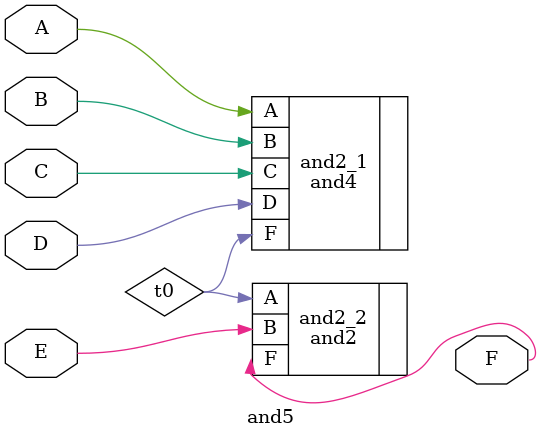
<source format=v>
`timescale 1ns / 1ps

module and5
  (input A, B, C, D, E, 
   output F);

wire t0;

and4 and2_1 (.A(A), .B(B), .C(C), .D(D), .F(t0));
and2 and2_2 (.A(t0),.B(E), .F(F));

endmodule


</source>
